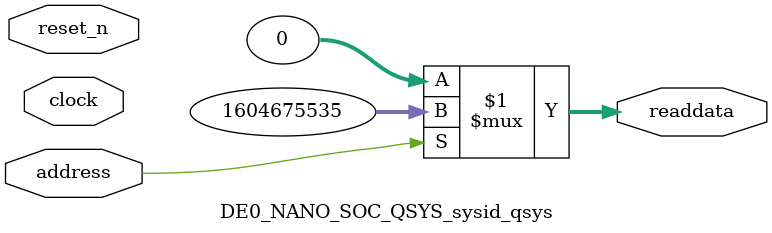
<source format=v>



// synthesis translate_off
`timescale 1ns / 1ps
// synthesis translate_on

// turn off superfluous verilog processor warnings 
// altera message_level Level1 
// altera message_off 10034 10035 10036 10037 10230 10240 10030 

module DE0_NANO_SOC_QSYS_sysid_qsys (
               // inputs:
                address,
                clock,
                reset_n,

               // outputs:
                readdata
             )
;

  output  [ 31: 0] readdata;
  input            address;
  input            clock;
  input            reset_n;

  wire    [ 31: 0] readdata;
  //control_slave, which is an e_avalon_slave
  assign readdata = address ? 1604675535 : 0;

endmodule



</source>
